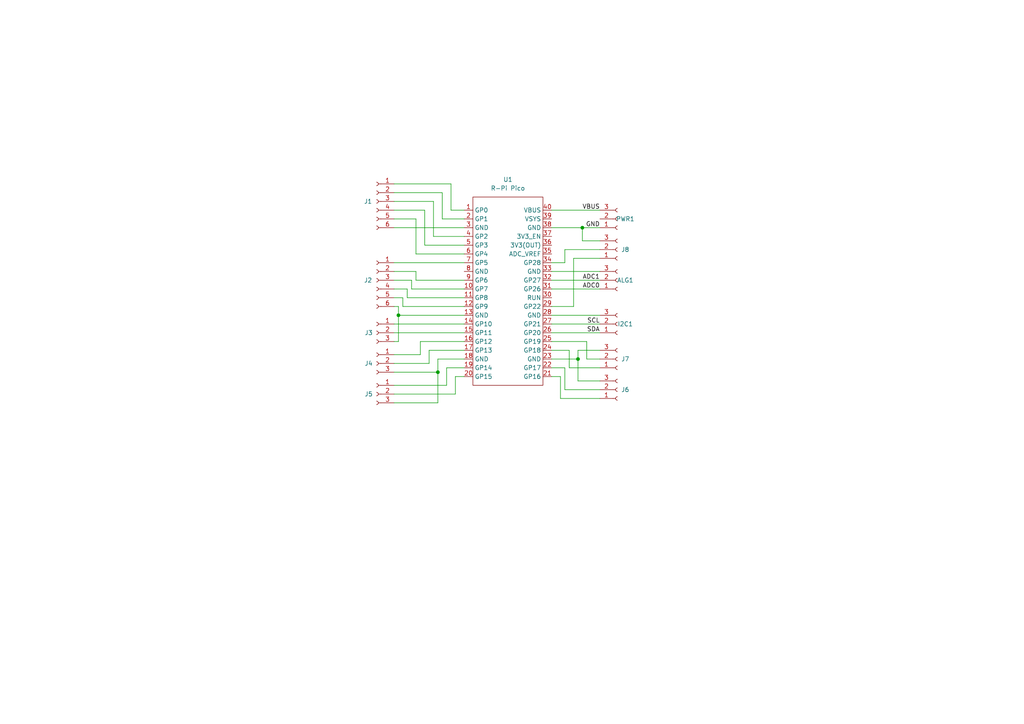
<source format=kicad_sch>
(kicad_sch (version 20231120) (generator "eeschema") (generator_version "8.0")
  (paper "A4")
  (lib_symbols
    (symbol "Connector:Conn_01x03_Socket" (pin_names (offset 1.016) hide)
      (property "Reference" "J" (at 0 5.08 0))
      (property "Value" "Conn_01x03_Socket" (at 0 -5.08 0))
      (symbol "Conn_01x03_Socket_1_1"
        (arc (start 0 -2.032) (mid -0.5058 -2.54) (end 0 -3.048) (stroke (width 0.1524)))
        (polyline (pts (xy -1.27 -2.54) (xy -0.508 -2.54)) (stroke (width 0.1524)))
        (polyline (pts (xy -1.27 0) (xy -0.508 0)) (stroke (width 0.1524)))
        (polyline (pts (xy -1.27 2.54) (xy -0.508 2.54)) (stroke (width 0.1524)))
        (arc (start 0 0.508) (mid -0.5058 0) (end 0 -0.508) (stroke (width 0.1524)))
        (arc (start 0 3.048) (mid -0.5058 2.54) (end 0 2.032) (stroke (width 0.1524)))
        (pin passive line (at -5.08 2.54 0) (length 3.81) (name "Pin_1") (number "1"))
        (pin passive line (at -5.08 0 0) (length 3.81) (name "Pin_2") (number "2"))
        (pin passive line (at -5.08 -2.54 0) (length 3.81) (name "Pin_3") (number "3"))
      )
    )
    (symbol "Connector:Conn_01x06_Socket" (pin_names (offset 1.016) hide)
      (property "Reference" "J" (at 0 7.62 0))
      (property "Value" "Conn_01x06_Socket" (at 0 -10.16 0))
      (symbol "Conn_01x06_Socket_1_1"
        (arc (start 0 -7.112) (mid -0.5058 -7.62) (end 0 -8.128) (stroke (width 0.1524)))
        (arc (start 0 -4.572) (mid -0.5058 -5.08) (end 0 -5.588) (stroke (width 0.1524)))
        (arc (start 0 -2.032) (mid -0.5058 -2.54) (end 0 -3.048) (stroke (width 0.1524)))
        (polyline (pts (xy -1.27 -7.62) (xy -0.508 -7.62)) (stroke (width 0.1524)))
        (polyline (pts (xy -1.27 -5.08) (xy -0.508 -5.08)) (stroke (width 0.1524)))
        (polyline (pts (xy -1.27 -2.54) (xy -0.508 -2.54)) (stroke (width 0.1524)))
        (polyline (pts (xy -1.27 0) (xy -0.508 0)) (stroke (width 0.1524)))
        (polyline (pts (xy -1.27 2.54) (xy -0.508 2.54)) (stroke (width 0.1524)))
        (polyline (pts (xy -1.27 5.08) (xy -0.508 5.08)) (stroke (width 0.1524)))
        (arc (start 0 0.508) (mid -0.5058 0) (end 0 -0.508) (stroke (width 0.1524)))
        (arc (start 0 3.048) (mid -0.5058 2.54) (end 0 2.032) (stroke (width 0.1524)))
        (arc (start 0 5.588) (mid -0.5058 5.08) (end 0 4.572) (stroke (width 0.1524)))
        (pin passive line (at -5.08 5.08 0) (length 3.81) (name "Pin_1") (number "1"))
        (pin passive line (at -5.08 2.54 0) (length 3.81) (name "Pin_2") (number "2"))
        (pin passive line (at -5.08 0 0) (length 3.81) (name "Pin_3") (number "3"))
        (pin passive line (at -5.08 -2.54 0) (length 3.81) (name "Pin_4") (number "4"))
        (pin passive line (at -5.08 -5.08 0) (length 3.81) (name "Pin_5") (number "5"))
        (pin passive line (at -5.08 -7.62 0) (length 3.81) (name "Pin_6") (number "6"))
      )
    )
    (symbol "RPi-Connector:RPi_Pico_Module_pth"
      (property "Reference" "U" (at 12.192 -9.906 0))
      (property "Value" "R-Pi Pico" (at 13.716 14.986 0))
      (symbol "RPi_Pico_Module_pth_0_1"
        (rectangle (start 3.81 16.51) (end 24.13 -38.1))
      )
      (symbol "RPi_Pico_Module_pth_1_1"
        (pin bidirectional line (at 1.27 12.7 0) (length 2.54) (name "GP0") (number "1"))
        (pin bidirectional line (at 1.27 -10.16 0) (length 2.54) (name "GP7") (number "10"))
        (pin bidirectional line (at 1.27 -12.7 0) (length 2.54) (name "GP8") (number "11"))
        (pin bidirectional line (at 1.27 -15.24 0) (length 2.54) (name "GP9") (number "12"))
        (pin power_in line (at 1.27 -17.78 0) (length 2.54) (name "GND") (number "13"))
        (pin bidirectional line (at 1.27 -20.32 0) (length 2.54) (name "GP10") (number "14"))
        (pin bidirectional line (at 1.27 -22.86 0) (length 2.54) (name "GP11") (number "15"))
        (pin bidirectional line (at 1.27 -25.4 0) (length 2.54) (name "GP12") (number "16"))
        (pin bidirectional line (at 1.27 -27.94 0) (length 2.54) (name "GP13") (number "17"))
        (pin power_in line (at 1.27 -30.48 0) (length 2.54) (name "GND") (number "18"))
        (pin bidirectional line (at 1.27 -33.02 0) (length 2.54) (name "GP14") (number "19"))
        (pin bidirectional line (at 1.27 10.16 0) (length 2.54) (name "GP1") (number "2"))
        (pin bidirectional line (at 1.27 -35.56 0) (length 2.54) (name "GP15") (number "20"))
        (pin bidirectional line (at 26.67 -35.56 180) (length 2.54) (name "GP16") (number "21"))
        (pin bidirectional line (at 26.67 -33.02 180) (length 2.54) (name "GP17") (number "22"))
        (pin power_in line (at 26.67 -30.48 180) (length 2.54) (name "GND") (number "23"))
        (pin bidirectional line (at 26.67 -27.94 180) (length 2.54) (name "GP18") (number "24"))
        (pin bidirectional line (at 26.67 -25.4 180) (length 2.54) (name "GP19") (number "25"))
        (pin bidirectional line (at 26.67 -22.86 180) (length 2.54) (name "GP20") (number "26"))
        (pin bidirectional line (at 26.67 -20.32 180) (length 2.54) (name "GP21") (number "27"))
        (pin power_in line (at 26.67 -17.78 180) (length 2.54) (name "GND") (number "28"))
        (pin bidirectional line (at 26.67 -15.24 180) (length 2.54) (name "GP22") (number "29"))
        (pin power_in line (at 1.27 7.62 0) (length 2.54) (name "GND") (number "3"))
        (pin input line (at 26.67 -12.7 180) (length 2.54) (name "RUN") (number "30"))
        (pin bidirectional line (at 26.67 -10.16 180) (length 2.54) (name "GP26") (number "31"))
        (pin bidirectional line (at 26.67 -7.62 180) (length 2.54) (name "GP27") (number "32"))
        (pin power_in line (at 26.67 -5.08 180) (length 2.54) (name "GND") (number "33"))
        (pin bidirectional line (at 26.67 -2.54 180) (length 2.54) (name "GP28") (number "34"))
        (pin bidirectional line (at 26.67 0 180) (length 2.54) (name "ADC_VREF") (number "35"))
        (pin power_out line (at 26.67 2.54 180) (length 2.54) (name "3V3(OUT)") (number "36"))
        (pin input line (at 26.67 5.08 180) (length 2.54) (name "3V3_EN") (number "37"))
        (pin power_in line (at 26.67 7.62 180) (length 2.54) (name "GND") (number "38"))
        (pin power_out line (at 26.67 10.16 180) (length 2.54) (name "VSYS") (number "39"))
        (pin bidirectional line (at 1.27 5.08 0) (length 2.54) (name "GP2") (number "4"))
        (pin power_out line (at 26.67 12.7 180) (length 2.54) (name "VBUS") (number "40"))
        (pin bidirectional line (at 1.27 2.54 0) (length 2.54) (name "GP3") (number "5"))
        (pin bidirectional line (at 1.27 0 0) (length 2.54) (name "GP4") (number "6"))
        (pin bidirectional line (at 1.27 -2.54 0) (length 2.54) (name "GP5") (number "7"))
        (pin power_in line (at 1.27 -5.08 0) (length 2.54) (name "GND") (number "8"))
        (pin bidirectional line (at 1.27 -7.62 0) (length 2.54) (name "GP6") (number "9"))
      )
    )
  )
  (junction (at 127 107.95))
  (junction (at 168.91 66.04))
  (junction (at 115.57 91.44))
  (junction (at 167.64 104.14))
  (wire (pts (xy 160.02 93.98) (xy 173.99 93.98)))
  (wire (pts (xy 120.65 81.28) (xy 134.62 81.28)))
  (wire (pts (xy 167.64 110.49) (xy 167.64 104.14)))
  (wire (pts (xy 163.83 106.68) (xy 160.02 106.68)))
  (wire (pts (xy 114.3 58.42) (xy 125.73 58.42)))
  (wire (pts (xy 114.3 88.9) (xy 115.57 88.9)))
  (wire (pts (xy 115.57 88.9) (xy 115.57 91.44)))
  (wire (pts (xy 160.02 81.28) (xy 173.99 81.28)))
  (wire (pts (xy 162.56 109.22) (xy 160.02 109.22)))
  (wire (pts (xy 114.3 96.52) (xy 134.62 96.52)))
  (wire (pts (xy 116.84 88.9) (xy 134.62 88.9)))
  (wire (pts (xy 114.3 78.74) (xy 120.65 78.74)))
  (wire (pts (xy 163.83 113.03) (xy 163.83 106.68)))
  (wire (pts (xy 130.81 60.96) (xy 134.62 60.96)))
  (wire (pts (xy 160.02 78.74) (xy 173.99 78.74)))
  (wire (pts (xy 121.92 99.06) (xy 134.62 99.06)))
  (wire (pts (xy 114.3 60.96) (xy 123.19 60.96)))
  (wire (pts (xy 114.3 53.34) (xy 130.81 53.34)))
  (wire (pts (xy 114.3 105.41) (xy 124.46 105.41)))
  (wire (pts (xy 160.02 96.52) (xy 173.99 96.52)))
  (wire (pts (xy 160.02 60.96) (xy 173.99 60.96)))
  (wire (pts (xy 130.81 53.34) (xy 130.81 60.96)))
  (wire (pts (xy 116.84 86.36) (xy 116.84 88.9)))
  (wire (pts (xy 160.02 83.82) (xy 173.99 83.82)))
  (wire (pts (xy 132.08 109.22) (xy 134.62 109.22)))
  (wire (pts (xy 115.57 99.06) (xy 115.57 91.44)))
  (wire (pts (xy 160.02 66.04) (xy 168.91 66.04)))
  (wire (pts (xy 168.91 69.85) (xy 173.99 69.85)))
  (wire (pts (xy 129.54 106.68) (xy 134.62 106.68)))
  (wire (pts (xy 114.3 76.2) (xy 134.62 76.2)))
  (wire (pts (xy 123.19 60.96) (xy 123.19 71.12)))
  (wire (pts (xy 160.02 104.14) (xy 167.64 104.14)))
  (wire (pts (xy 114.3 114.3) (xy 132.08 114.3)))
  (wire (pts (xy 165.1 106.68) (xy 173.99 106.68)))
  (wire (pts (xy 163.83 76.2) (xy 163.83 72.39)))
  (wire (pts (xy 127 104.14) (xy 134.62 104.14)))
  (wire (pts (xy 129.54 111.76) (xy 129.54 106.68)))
  (wire (pts (xy 114.3 99.06) (xy 115.57 99.06)))
  (wire (pts (xy 119.38 83.82) (xy 134.62 83.82)))
  (wire (pts (xy 128.27 63.5) (xy 134.62 63.5)))
  (wire (pts (xy 119.38 81.28) (xy 119.38 83.82)))
  (wire (pts (xy 124.46 101.6) (xy 134.62 101.6)))
  (wire (pts (xy 168.91 66.04) (xy 168.91 69.85)))
  (wire (pts (xy 166.37 88.9) (xy 166.37 74.93)))
  (wire (pts (xy 114.3 111.76) (xy 129.54 111.76)))
  (wire (pts (xy 166.37 74.93) (xy 173.99 74.93)))
  (wire (pts (xy 170.18 104.14) (xy 170.18 99.06)))
  (wire (pts (xy 114.3 102.87) (xy 121.92 102.87)))
  (wire (pts (xy 160.02 91.44) (xy 173.99 91.44)))
  (wire (pts (xy 170.18 104.14) (xy 173.99 104.14)))
  (wire (pts (xy 160.02 76.2) (xy 163.83 76.2)))
  (wire (pts (xy 114.3 86.36) (xy 116.84 86.36)))
  (wire (pts (xy 167.64 110.49) (xy 173.99 110.49)))
  (wire (pts (xy 163.83 113.03) (xy 173.99 113.03)))
  (wire (pts (xy 115.57 91.44) (xy 134.62 91.44)))
  (wire (pts (xy 114.3 93.98) (xy 134.62 93.98)))
  (wire (pts (xy 125.73 68.58) (xy 134.62 68.58)))
  (wire (pts (xy 162.56 115.57) (xy 173.99 115.57)))
  (wire (pts (xy 170.18 99.06) (xy 160.02 99.06)))
  (wire (pts (xy 125.73 58.42) (xy 125.73 68.58)))
  (wire (pts (xy 167.64 101.6) (xy 167.64 104.14)))
  (wire (pts (xy 114.3 116.84) (xy 127 116.84)))
  (wire (pts (xy 114.3 81.28) (xy 119.38 81.28)))
  (wire (pts (xy 124.46 105.41) (xy 124.46 101.6)))
  (wire (pts (xy 132.08 114.3) (xy 132.08 109.22)))
  (wire (pts (xy 121.92 102.87) (xy 121.92 99.06)))
  (wire (pts (xy 118.11 86.36) (xy 134.62 86.36)))
  (wire (pts (xy 120.65 78.74) (xy 120.65 81.28)))
  (wire (pts (xy 118.11 83.82) (xy 118.11 86.36)))
  (wire (pts (xy 120.65 63.5) (xy 120.65 73.66)))
  (wire (pts (xy 165.1 106.68) (xy 165.1 101.6)))
  (wire (pts (xy 128.27 55.88) (xy 128.27 63.5)))
  (wire (pts (xy 123.19 71.12) (xy 134.62 71.12)))
  (wire (pts (xy 114.3 107.95) (xy 127 107.95)))
  (wire (pts (xy 160.02 88.9) (xy 166.37 88.9)))
  (wire (pts (xy 162.56 115.57) (xy 162.56 109.22)))
  (wire (pts (xy 114.3 63.5) (xy 120.65 63.5)))
  (wire (pts (xy 114.3 66.04) (xy 134.62 66.04)))
  (wire (pts (xy 127 116.84) (xy 127 107.95)))
  (wire (pts (xy 114.3 55.88) (xy 128.27 55.88)))
  (wire (pts (xy 165.1 101.6) (xy 160.02 101.6)))
  (wire (pts (xy 163.83 72.39) (xy 173.99 72.39)))
  (wire (pts (xy 120.65 73.66) (xy 134.62 73.66)))
  (wire (pts (xy 173.99 101.6) (xy 167.64 101.6)))
  (wire (pts (xy 114.3 83.82) (xy 118.11 83.82)))
  (wire (pts (xy 127 107.95) (xy 127 104.14)))
  (wire (pts (xy 168.91 66.04) (xy 173.99 66.04)))
  (label "SDA" (at 173.99 96.52 180))
  (label "GND" (at 173.99 66.04 180))
  (label "ADC1" (at 173.99 81.28 180))
  (label "VBUS" (at 173.99 60.96 180))
  (label "SCL" (at 173.99 93.98 180))
  (label "ADC0" (at 173.99 83.82 180))
  (symbol (lib_id "Connector:Conn_01x06_Socket") (at 109.22 58.42 0) (mirror y) (unit 1)
    (property "Reference" "J1" (at 107.95 58.4199 0) (effects (justify left)))
    (property "Value" "Conn_01x06_Socket" (effects (hide yes)))
    (property "Footprint" "Connector_JST:JST_PH_B6B-PH-K_1x06_P2.00mm_Vertical" (effects (hide yes)))
    (property "Description" "Generic connector, single row, 01x06, script generated" (effects (hide yes)))
  )
  (symbol (lib_id "Connector:Conn_01x03_Socket") (at 179.07 81.28 0) (mirror x) (unit 1)
    (property "Reference" "ALG1" (at 181.356 81.28 0))
    (property "Value" "Conn_01x03_Socket" (effects (hide yes)))
    (property "Footprint" "Connector_JST:JST_PH_B3B-PH-K_1x03_P2.00mm_Vertical" (effects (hide yes)))
    (property "Description" "Generic connector, single row, 01x03, script generated" (effects (hide yes)))
  )
  (symbol (lib_id "Connector:Conn_01x03_Socket") (at 179.07 113.03 0) (mirror x) (unit 1)
    (property "Reference" "J6" (at 181.356 113.03 0))
    (property "Value" "Conn_01x03_Socket" (effects (hide yes)))
    (property "Footprint" "Connector_JST:JST_PH_B3B-PH-K_1x03_P2.00mm_Vertical" (effects (hide yes)))
    (property "Description" "Generic connector, single row, 01x03, script generated" (effects (hide yes)))
  )
  (symbol (lib_id "Connector:Conn_01x03_Socket") (at 179.07 93.98 0) (mirror x) (unit 1)
    (property "Reference" "I2C1" (at 181.356 93.98 0))
    (property "Value" "Conn_01x03_Socket" (effects (hide yes)))
    (property "Footprint" "Connector_JST:JST_PH_B3B-PH-K_1x03_P2.00mm_Vertical" (effects (hide yes)))
    (property "Description" "Generic connector, single row, 01x03, script generated" (effects (hide yes)))
  )
  (symbol (lib_id "Connector:Conn_01x03_Socket") (at 109.22 96.52 0) (mirror y) (unit 1)
    (property "Reference" "J3" (at 106.934 96.52 0))
    (property "Value" "Conn_01x03_Socket" (effects (hide yes)))
    (property "Footprint" "Connector_JST:JST_PH_B3B-PH-K_1x03_P2.00mm_Vertical" (effects (hide yes)))
    (property "Description" "Generic connector, single row, 01x03, script generated" (effects (hide yes)))
  )
  (symbol (lib_id "Connector:Conn_01x03_Socket") (at 179.07 72.39 0) (mirror x) (unit 1)
    (property "Reference" "J8" (at 181.356 72.39 0))
    (property "Value" "Conn_01x03_Socket" (effects (hide yes)))
    (property "Footprint" "Connector_JST:JST_PH_B3B-PH-K_1x03_P2.00mm_Vertical" (effects (hide yes)))
    (property "Description" "Generic connector, single row, 01x03, script generated" (effects (hide yes)))
  )
  (symbol (lib_id "Connector:Conn_01x06_Socket") (at 109.22 81.28 0) (mirror y) (unit 1)
    (property "Reference" "J2" (at 107.95 81.2799 0) (effects (justify left)))
    (property "Value" "Conn_01x06_Socket" (effects (hide yes)))
    (property "Footprint" "Connector_JST:JST_PH_B6B-PH-K_1x06_P2.00mm_Vertical" (effects (hide yes)))
    (property "Description" "Generic connector, single row, 01x06, script generated" (effects (hide yes)))
  )
  (symbol (lib_id "Connector:Conn_01x03_Socket") (at 109.22 105.41 0) (mirror y) (unit 1)
    (property "Reference" "J4" (at 106.934 105.41 0))
    (property "Value" "Conn_01x03_Socket" (effects (hide yes)))
    (property "Footprint" "Connector_JST:JST_PH_B3B-PH-K_1x03_P2.00mm_Vertical" (effects (hide yes)))
    (property "Description" "Generic connector, single row, 01x03, script generated" (effects (hide yes)))
  )
  (symbol (lib_id "Connector:Conn_01x03_Socket") (at 109.22 114.3 0) (mirror y) (unit 1)
    (property "Reference" "J5" (at 106.934 114.3 0))
    (property "Value" "Conn_01x03_Socket" (effects (hide yes)))
    (property "Footprint" "Connector_JST:JST_PH_B3B-PH-K_1x03_P2.00mm_Vertical" (effects (hide yes)))
    (property "Description" "Generic connector, single row, 01x03, script generated" (effects (hide yes)))
  )
  (symbol (lib_id "Connector:Conn_01x03_Socket") (at 179.07 104.14 0) (mirror x) (unit 1)
    (property "Reference" "J7" (at 181.356 104.14 0))
    (property "Value" "Conn_01x03_Socket" (effects (hide yes)))
    (property "Footprint" "Connector_JST:JST_PH_B3B-PH-K_1x03_P2.00mm_Vertical" (effects (hide yes)))
    (property "Description" "Generic connector, single row, 01x03, script generated" (effects (hide yes)))
  )
  (symbol (lib_id "RPi-Connector:RPi_Pico_Module_pth") (at 133.35 73.66 0) (unit 1)
    (property "Reference" "U1" (at 147.32 52.07 0))
    (property "Value" "R-Pi Pico" (at 147.32 54.61 0))
    (property "Footprint" "RPi-Connector:DIP-40_700_ELL" (effects (hide yes)))
  )
  (symbol (lib_id "Connector:Conn_01x03_Socket") (at 179.07 63.5 0) (mirror x) (unit 1)
    (property "Reference" "PWR1" (at 181.356 63.5 0))
    (property "Value" "Conn_01x03_Socket" (effects (hide yes)))
    (property "Footprint" "Connector_JST:JST_PH_B3B-PH-K_1x03_P2.00mm_Vertical" (effects (hide yes)))
    (property "Description" "Generic connector, single row, 01x03, script generated" (effects (hide yes)))
  )
)
</source>
